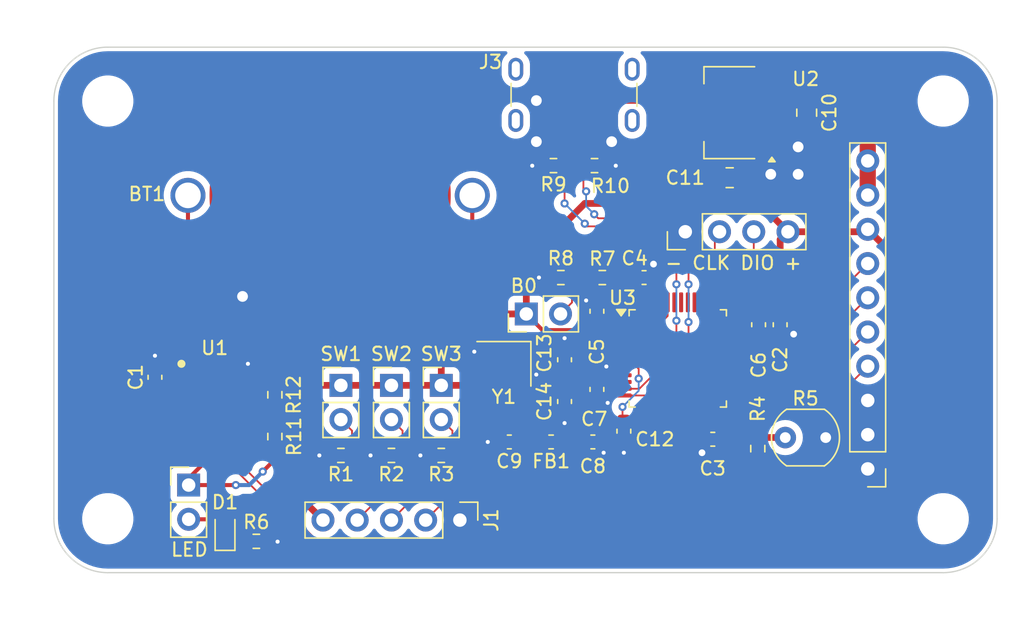
<source format=kicad_pcb>
(kicad_pcb (version 20240108) (generator "pcbnew") (generator_version "8.0")
  (title_block (title "Microcontroller PCB") (date "2024-05-29") (rev "0.1.0"))
  (layers (0 "F.Cu" signal) (31 "B.Cu" signal) (34 "B.Paste" user) (35 "F.Paste" user) (36 "B.SilkS" user "B.Silkscreen") (37 "F.SilkS" user "F.Silkscreen") (38 "B.Mask" user) (39 "F.Mask" user) (44 "Edge.Cuts" user))
  (net 0 "")
  (net 1 "GND")
  (net 2 "+BATT")
  (net 3 "+3V3")
  (net 4 "+3.3VA")
  (net 5 "VBUS")
  (net 6 "/NRST")
  (net 7 "HSE_IN")
  (net 8 "HSE_OUT")
  (net 9 "/PWR_LED_K")
  (net 10 "/PWR_LED_A")
  (net 11 "USB_CC2")
  (net 12 "USB_CC1")
  (net 13 "/SWCLK")
  (net 14 "/SWDIO")
  (net 15 "MINUTE_SW_H")
  (net 16 "SECOND_SW_H")
  (net 17 "HOUR_SW_H")
  (net 18 "/JMP_BOOT0")
  (net 19 "POWER_SW")
  (net 20 "MODE_SW")
  (net 21 "ADJUST_SW")
  (net 22 "/BOOT0")
  (net 23 "SCL")
  (net 24 "SDA")
  (net 27 "SER")
  (net 28 "OE")
  (net 29 "CLK")
  (net 30 "LATCH")
  (net 46 "LDR")
  (footprint "Capacitor_SMD:C_0805_2012Metric" (layer "F.Cu") (at 171.869 70.862 -90)
    (property "Reference" "C10")
    (property "Value" "22u" (hide yes))
  )
  (footprint "MountingHole:MountingHole_3.2mm_M3" (layer "F.Cu") (at 120 70)
    (property "Reference" "H1" (hide yes))
    (property "Value" "MountingHole" (hide yes))
  )
  (footprint "Custom:SOP-8_4.93mmxP1.27mm" (layer "F.Cu") (at 127.93 92.086)
    (property "Reference" "U1")
    (property "Value" "DS3231MZ" (hide yes))
  )
  (footprint "Connector_USB:USB_C_Receptacle_GCT_USB4125-xx-x-0190_6P_TopMnt_Horizontal" (layer "F.Cu") (at 154.6 68.44 180)
    (property "Reference" "J3")
    (property "Value" "USB_C_Receptacle" (hide yes))
  )
  (footprint "Capacitor_SMD:C_0603_1608Metric" (layer "F.Cu") (at 153.9 89.2 90)
    (property "Reference" "C13")
    (property "Value" "14p" (hide yes))
  )
  (footprint "Connector_PinHeader_2.54mm:PinHeader_1x02_P2.54mm_Vertical" (layer "F.Cu") (at 137.3 91.1)
    (property "Reference" "SW1")
    (property "Value" "SW_SPST" (hide yes))
  )
  (footprint "Resistor_SMD:R_0603_1608Metric" (layer "F.Cu") (at 156.7 83.1 180)
    (property "Reference" "R7")
    (property "Value" "10k" (hide yes))
  )
  (footprint "Connector_PinHeader_2.54mm:PinHeader_1x04_P2.54mm_Vertical" (layer "F.Cu") (at 162.86 79.7 90)
    (property "Reference" "J4" (hide yes))
    (property "Value" "Conn_01x04_Pin" (hide yes))
  )
  (footprint "LED_SMD:LED_0603_1608Metric" (layer "F.Cu") (at 128.7 101.8625 90)
    (property "Reference" "D1")
    (property "Value" "RED" (hide yes))
  )
  (footprint "Capacitor_SMD:C_0805_2012Metric" (layer "F.Cu") (at 166.154 75.688)
    (property "Reference" "C11")
    (property "Value" "22u" (hide yes))
  )
  (footprint "Resistor_SMD:R_0603_1608Metric" (layer "F.Cu") (at 132.4 94.9 -90)
    (property "Reference" "R11")
    (property "Value" "1k5" (hide yes))
  )
  (footprint "Connector_PinHeader_2.54mm:PinHeader_1x02_P2.54mm_Vertical" (layer "F.Cu") (at 126 98.5)
    (property "Reference" "JP1" (hide yes))
    (property "Value" "SolderJumper_2_Open" (hide yes))
  )
  (footprint "MountingHole:MountingHole_3.2mm_M3" (layer "F.Cu") (at 120 101)
    (property "Reference" "H3" (hide yes))
    (property "Value" "MountingHole" (hide yes))
  )
  (footprint "Connector_PinHeader_2.54mm:PinHeader_1x05_P2.54mm_Vertical" (layer "F.Cu") (at 146.13 101.1 -90)
    (property "Reference" "J1")
    (property "Value" "Conn_01x05_Pin" (hide yes))
  )
  (footprint "Capacitor_SMD:C_0603_1608Metric" (layer "F.Cu") (at 168.3 86.6 -90)
    (property "Reference" "C6")
    (property "Value" "100n" (hide yes))
  )
  (footprint "Resistor_SMD:R_0603_1608Metric" (layer "F.Cu") (at 153.076 74.79)
    (property "Reference" "R9")
    (property "Value" "5k1" (hide yes))
  )
  (footprint "Custom:BAT-HLD-005-THM" (layer "F.Cu") (at 136.5 77)
    (property "Reference" "BT1")
    (property "Value" "Battery" (hide yes))
  )
  (footprint "Capacitor_SMD:C_0603_1608Metric" (layer "F.Cu") (at 156.3 91.4 -90)
    (property "Reference" "C7")
    (property "Value" "10n" (hide yes))
  )
  (footprint "Capacitor_SMD:C_0603_1608Metric" (layer "F.Cu") (at 169.9 86.6 -90)
    (property "Reference" "C2")
    (property "Value" "10u" (hide yes))
  )
  (footprint "Connector_PinHeader_2.54mm:PinHeader_1x10_P2.54mm_Vertical" (layer "F.Cu") (at 176.4 97.3 180)
    (property "Reference" "J2" (hide yes))
    (property "Value" "Conn_01x10_Pin" (hide yes))
  )
  (footprint "Capacitor_SMD:C_0603_1608Metric" (layer "F.Cu") (at 123.5 90.5 90)
    (property "Reference" "C1")
    (property "Value" "100n" (hide yes))
  )
  (footprint "Inductor_SMD:L_0603_1608Metric" (layer "F.Cu") (at 152.9 95.3 180)
    (property "Reference" "FB1")
    (property "Value" "120R" (hide yes))
  )
  (footprint "Capacitor_SMD:C_0603_1608Metric" (layer "F.Cu") (at 156.3 85.6 90)
    (property "Reference" "C5")
    (property "Value" "100n" (hide yes))
  )
  (footprint "Capacitor_SMD:C_0603_1608Metric" (layer "F.Cu") (at 156 95.3)
    (property "Reference" "C8")
    (property "Value" "1u" (hide yes))
  )
  (footprint "OptoDevice:R_LDR_5.0x4.1mm_P3mm_Vertical" (layer "F.Cu") (at 170.28 94.975)
    (property "Reference" "R5")
    (property "Value" "5k-500k" (hide yes))
  )
  (footprint "Resistor_SMD:R_0603_1608Metric" (layer "F.Cu") (at 132.4 91.8 90)
    (property "Reference" "R12")
    (property "Value" "1k5" (hide yes))
  )
  (footprint "Connector_PinHeader_2.54mm:PinHeader_1x02_P2.54mm_Vertical" (layer "F.Cu") (at 151.06 85.8 90)
    (property "Reference" "JP2" (hide yes))
    (property "Value" "SolderJumper_2_Open" (hide yes))
  )
  (footprint "Resistor_SMD:R_0603_1608Metric" (layer "F.Cu") (at 141.05 96.3)
    (property "Reference" "R2")
    (property "Value" "10k" (hide yes))
  )
  (footprint "Package_TO_SOT_SMD:SOT-223-3_TabPin2" (layer "F.Cu") (at 166.154 70.862 180)
    (property "Reference" "U2")
    (property "Value" "AMS1117-3.3" (hide yes))
  )
  (footprint "Capacitor_SMD:C_0603_1608Metric" (layer "F.Cu") (at 164.9 95.1 180)
    (property "Reference" "C3")
    (property "Value" "100n" (hide yes))
  )
  (footprint "Resistor_SMD:R_0603_1608Metric" (layer "F.Cu") (at 153.625 83.1)
    (property "Reference" "R8")
    (property "Value" "10k" (hide yes))
  )
  (footprint "Capacitor_SMD:C_0603_1608Metric" (layer "F.Cu") (at 159.8 83.1)
    (property "Reference" "C4")
    (property "Value" "100n" (hide yes))
  )
  (footprint "Connector_PinHeader_2.54mm:PinHeader_1x02_P2.54mm_Vertical" (layer "F.Cu") (at 141.05 91.1)
    (property "Reference" "SW2")
    (property "Value" "SW_SPST" (hide yes))
  )
  (footprint "Resistor_SMD:R_0603_1608Metric" (layer "F.Cu") (at 137.3 96.3)
    (property "Reference" "R1")
    (property "Value" "10k" (hide yes))
  )
  (footprint "MountingHole:MountingHole_3.2mm_M3" (layer "F.Cu") (at 182 70)
    (property "Reference" "H2" (hide yes))
    (property "Value" "MountingHole" (hide yes))
  )
  (footprint "Package_QFP:LQFP-48_7x7mm_P0.5mm" (layer "F.Cu") (at 162.3 89.1)
    (property "Reference" "U3")
    (property "Value" "STM32F103CBTx" (hide yes))
  )
  (footprint "MountingHole:MountingHole_3.2mm_M3" (layer "F.Cu") (at 182 101)
    (property "Reference" "H4" (hide yes))
    (property "Value" "MountingHole" (hide yes))
  )
  (footprint "Resistor_SMD:R_0603_1608Metric" (layer "F.Cu") (at 168.24 95.795 90)
    (property "Reference" "R4")
    (property "Value" "10k" (hide yes))
  )
  (footprint "Resistor_SMD:R_0603_1608Metric" (layer "F.Cu") (at 131.025 102.675)
    (property "Reference" "R6")
    (property "Value" "1k5" (hide yes))
  )
  (footprint "Capacitor_SMD:C_0603_1608Metric" (layer "F.Cu") (at 149.8 95.3 180)
    (property "Reference" "C9")
    (property "Value" "1u" (hide yes))
  )
  (footprint "Resistor_SMD:R_0603_1608Metric" (layer "F.Cu") (at 144.75 96.3)
    (property "Reference" "R3")
    (property "Value" "10k" (hide yes))
  )
  (footprint "Capacitor_SMD:C_0603_1608Metric" (layer "F.Cu") (at 158.3 94.5 -90)
    (property "Reference" "C12")
    (property "Value" "100n" (hide yes))
  )
  (footprint "Capacitor_SMD:C_0603_1608Metric" (layer "F.Cu") (at 153.9 92.3 -90)
    (property "Reference" "C14")
    (property "Value" "14p" (hide yes))
  )
  (footprint "Crystal:Crystal_SMD_3225-4Pin_3.2x2.5mm" (layer "F.Cu") (at 149.4 89.5 180)
    (property "Reference" "Y1")
    (property "Value" "8Mhz" (hide yes))
  )
  (footprint "Resistor_SMD:R_0603_1608Metric" (layer "F.Cu") (at 156.124 74.79 180)
    (property "Reference" "R10")
    (property "Value" "5k1" (hide yes))
  )
  (footprint "Connector_PinHeader_2.54mm:PinHeader_1x02_P2.54mm_Vertical" (layer "F.Cu") (at 144.75 91.1)
    (property "Reference" "SW3")
    (property "Value" "SW_SPST" (hide yes))
  )
  (gr_line (start 120 66) (end 182 66) (stroke (width 0.1)) (layer "Edge.Cuts"))
  (gr_line (start 186 70) (end 186 101) (stroke (width 0.1)) (layer "Edge.Cuts"))
  (gr_line (start 182 105) (end 120 105) (stroke (width 0.1)) (layer "Edge.Cuts"))
  (gr_arc (start 120 105) (mid 117.171573 103.828427) (end 116 101) (stroke (width 0.1)) (layer "Edge.Cuts"))
  (gr_line (start 116 101) (end 116 70) (stroke (width 0.1)) (layer "Edge.Cuts"))
  (gr_arc (start 186 101) (mid 184.828427 103.828427) (end 182 105) (stroke (width 0.1)) (layer "Edge.Cuts"))
  (gr_arc (start 116 70) (mid 117.171573 67.171573) (end 120 66) (stroke (width 0.1)) (layer "Edge.Cuts"))
  (gr_arc (start 182 66) (mid 184.828427 67.171573) (end 186 70) (stroke (width 0.1)) (layer "Edge.Cuts"))
  (gr_text "LED" (at 124.6 103.875 0) (layer "F.SilkS") (effects (font (size 1 1) (thickness 0.153)) (justify left bottom)))
  (gr_text "- CLK DIO +" (at 161.28 82.6 0) (layer "F.SilkS") (effects (font (size 1 1) (thickness 0.153)) (justify left bottom)))
  (gr_text "B0" (at 149.8 84.3 0) (layer "F.SilkS") (effects (font (size 1 1) (thickness 0.153)) (justify left bottom)))
  (segment (start 152.8 83.1) (end 152 83.1) (width 0.3) (layer "F.Cu") (net 1))
  (segment (start 152.251 74.79) (end 151.51 74.79) (width 0.13) (layer "F.Cu") (net 1))
  (segment (start 164.125 96.075) (end 164.1 96.1) (width 0.5) (layer "F.Cu") (net 1))
  (segment (start 131.85 102.675) (end 132.575 102.675) (width 0.3) (layer "F.Cu") (net 1))
  (segment (start 164.55 94.05) (end 164.125 94.475) (width 0.3) (layer "F.Cu") (net 1))
  (segment (start 157.15 89.85) (end 157 89.7) (width 0.3) (layer "F.Cu") (net 1))
  (segment (start 155.525 84.825) (end 155.5 84.8) (width 0.3) (layer "F.Cu") (net 1))
  (segment (start 169.9 87.375) (end 168.3 87.375) (width 0.5) (layer "F.Cu") (net 1))
  (segment (start 130.395 90.181) (end 130.395 89.505) (width 0.3) (layer "F.Cu") (net 1))
  (segment (start 136.475 96.3) (end 135.7 96.3) (width 0.13) (layer "F.Cu") (net 1))
  (segment (start 147.25 88.65) (end 147.2 88.6) (width 0.3) (layer "F.Cu") (net 1))
  (segment (start 136.5 78) (end 130 84.5) (width 0.8) (layer "F.Cu") (net 1))
  (segment (start 156.949 74.79) (end 157.69 74.79) (width 0.13) (layer "F.Cu") (net 1))
  (segment (start 164.55 93.2625) (end 164.55 94.05) (width 0.3) (layer "F.Cu") (net 1))
  (segment (start 169.9 87.375) (end 170.825 87.375) (width 0.5) (layer "F.Cu") (net 1))
  (segment (start 160.575 83.1) (end 160.575 82.175) (width 0.5) (layer "F.Cu") (net 1))
  (segment (start 156.775 96.075) (end 156.8 96.1) (width 0.3) (layer "F.Cu") (net 1))
  (segment (start 149.025 95.3) (end 148.2 95.3) (width 0.3) (layer "F.Cu") (net 1))
  (segment (start 156.775 95.3) (end 156.775 96.075) (width 0.3) (layer "F.Cu") (net 1))
  (segment (start 166.4625 86.85) (end 167.199882 86.85) (width 0.3) (layer "F.Cu") (net 1))
  (segment (start 160.575 82.175) (end 160.5 82.1) (width 0.5) (layer "F.Cu") (net 1))
  (segment (start 167.199882 86.85) (end 167.724882 87.375) (width 0.3) (layer "F.Cu") (net 1))
  (segment (start 160.05 84.9375) (end 160.05 84.15) (width 0.3) (layer "F.Cu") (net 1))
  (segment (start 170.825 87.375) (end 170.9 87.3) (width 0.5) (layer "F.Cu") (net 1))
  (segment (start 156.875 92.175) (end 157.1 92.4) (width 0.3) (layer "F.Cu") (net 1))
  (segment (start 164.125 94.475) (end 164.125 95.1) (width 0.3) (layer "F.Cu") (net 1))
  (segment (start 136.5 77) (end 136.5 78) (width 0.8) (layer "F.Cu") (net 1))
  (segment (start 151.85 71.52) (end 151.85 72.968) (width 0.8) (layer "F.Cu") (net 1))
  (segment (start 160.05 84.15) (end 160.575 83.625) (width 0.3) (layer "F.Cu") (net 1))
  (segment (start 158.3 95.275) (end 158.3 96.1) (width 0.3) (layer "F.Cu") (net 1))
  (segment (start 151.85 71.52) (end 151.85 70.008) (width 0.8) (layer "F.Cu") (net 1))
  (segment (start 151.75 90.35) (end 151.8 90.3) (width 0.3) (layer "F.Cu") (net 1))
  (segment (start 153.9 88.425) (end 153.9 87.6) (width 0.3) (layer "F.Cu") (net 1))
  (segment (start 167.724882 87.375) (end 168.3 87.375) (width 0.3) (layer "F.Cu") (net 1))
  (segment (start 123.5 89.725) (end 123.5 88.9) (width 0.3) (layer "F.Cu") (net 1))
  (segment (start 153.9 93.075) (end 153.9 93.9) (width 0.3) (layer "F.Cu") (net 1))
  (segment (start 130.395 89.505) (end 130.4 89.5) (width 0.3) (layer "F.Cu") (net 1))
  (segment (start 160.575 83.625) (end 160.575 83.1) (width 0.3) (layer "F.Cu") (net 1))
  (segment (start 157.69 74.79) (end 157.7 74.8) (width 0.13) (layer "F.Cu") (net 1))
  (segment (start 157.35 71.52) (end 157.35 72.968) (width 0.8) (layer "F.Cu") (net 1))
  (segment (start 158.1375 89.85) (end 157.15 89.85) (width 0.3) (layer "F.Cu") (net 1))
  (segment (start 132.575 102.675) (end 132.6 102.7) (width 0.3) (layer "F.Cu") (net 1))
  (segment (start 151.85 72.968) (end 151.806 73.012) (width 0.8) (layer "F.Cu") (net 1))
  (segment (start 156.3 84.825) (end 155.525 84.825) (width 0.3) (layer "F.Cu") (net 1))
  (segment (start 151.85 70.008) (end 151.806 69.964) (width 0.8) (layer "F.Cu") (net 1))
  (segment (start 157.35 72.968) (end 157.394 73.012) (width 0.8) (layer "F.Cu") (net 1))
  (segment (start 140.225 96.3) (end 139.5 96.3) (width 0.13) (layer "F.Cu") (net 1))
  (segment (start 156.3 92.175) (end 156.875 92.175) (width 0.3) (layer "F.Cu") (net 1))
  (segment (start 150.5 90.35) (end 151.75 90.35) (width 0.3) (layer "F.Cu") (net 1))
  (segment (start 148.3 88.65) (end 147.25 88.65) (width 0.3) (layer "F.Cu") (net 1))
  (segment (start 151.51 74.79) (end 151.5 74.8) (width 0.13) (layer "F.Cu") (net 1))
  (segment (start 143.925 96.3) (end 143.2 96.3) (width 0.13) (layer "F.Cu") (net 1))
  (segment (start 164.125 95.1) (end 164.125 96.075) (width 0.5) (layer "F.Cu") (net 1))
  (via (at 135.7 96.3) (size 0.6) (drill 0.3) (layers "F.Cu" "B.Cu") (net 1))
  (via (at 171.234 75.434) (size 1.6) (drill 0.8) (layers "F.Cu" "B.Cu") (net 1))
  (via (at 143.2 96.3) (size 0.6) (drill 0.3) (layers "F.Cu" "B.Cu") (net 1))
  (via (at 151.8 90.3) (size 0.6) (drill 0.3) (layers "F.Cu" "B.Cu") (net 1))
  (via (at 147.2 88.6) (size 0.6) (drill 0.3) (layers "F.Cu" "B.Cu") (net 1))
  (via (at 152 83.1) (size 0.6) (drill 0.3) (layers "F.Cu" "B.Cu") (net 1))
  (via (at 156.8 96.1) (size 0.6) (drill 0.3) (layers "F.Cu" "B.Cu") (net 1))
  (via (at 130.4 89.5) (size 0.6) (drill 0.3) (layers "F.Cu" "B.Cu") (net 1))
  (via (at 157.394 73.012) (size 1.6) (drill 0.8) (layers "F.Cu" "B.Cu") (net 1))
  (via (at 170.9 87.3) (size 1) (drill 0.5) (layers "F.Cu" "B.Cu") (net 1))
  (via (at 151.806 73.012) (size 1.6) (drill 0.8) (layers "F.Cu" "B.Cu") (net 1))
  (via (at 158.3 96.1) (size 0.6) (drill 0.3) (layers "F.Cu" "B.Cu") (net 1))
  (via (at 157.7 74.8) (size 0.6) (drill 0.3) (layers "F.Cu" "B.Cu") (net 1))
  (via (at 132.6 102.7) (size 0.6) (drill 0.3) (layers "F.Cu" "B.Cu") (net 1))
  (via (at 160.5 82.1) (size 1) (drill 0.5) (layers "F.Cu" "B.Cu") (net 1))
  (via (at 151.806 69.964) (size 1.6) (drill 0.8) (layers "F.Cu" "B.Cu") (net 1))
  (via (at 153.9 93.9) (size 0.6) (drill 0.3) (layers "F.Cu" "B.Cu") (net 1))
  (via (at 155.5 84.8) (size 0.6) (drill 0.3) (layers "F.Cu" "B.Cu") (net 1))
  (via (at 139.5 96.3) (size 0.6) (drill 0.3) (layers "F.Cu" "B.Cu") (net 1))
  (via (at 157 89.7) (size 0.6) (drill 0.3) (layers "F.Cu" "B.Cu") (net 1))
  (via (at 164.1 96.1) (size 1) (drill 0.5) (layers "F.Cu" "B.Cu") (net 1))
  (via (at 151.5 74.8) (size 0.6) (drill 0.3) (layers "F.Cu" "B.Cu") (net 1))
  (via (at 171.234 73.402) (size 1.6) (drill 0.8) (layers "F.Cu" "B.Cu") (net 1))
  (via (at 130 84.5) (size 1.6) (drill 0.8) (layers "F.Cu" "B.Cu") (net 1))
  (via (at 148.2 95.3) (size 0.6) (drill 0.3) (layers "F.Cu" "B.Cu") (net 1))
  (via (at 153.9 87.6) (size 0.6) (drill 0.3) (layers "F.Cu" "B.Cu") (net 1))
  (via (at 123.5 88.9) (size 0.6) (drill 0.3) (layers "F.Cu" "B.Cu") (net 1))
  (via (at 169.202 75.434) (size 1.6) (drill 0.8) (layers "F.Cu" "B.Cu") (net 1))
  (via (at 157.1 92.4) (size 0.6) (drill 0.3) (layers "F.Cu" "B.Cu") (net 1))
  (segment (start 125.95 87.996) (end 125.95 77) (width 0.3) (layer "F.Cu") (net 2))
  (segment (start 141.604 87.996) (end 125.95 87.996) (width 0.3) (layer "F.Cu") (net 2))
  (segment (start 147.05 77) (end 147.05 82.55) (width 0.3) (layer "F.Cu") (net 2))
  (segment (start 147.05 82.55) (end 141.604 87.996) (width 0.3) (layer "F.Cu") (net 2))
  (segment (start 129.405 91.451) (end 125.95 87.996) (width 0.3) (layer "F.Cu") (net 2))
  (segment (start 130.395 91.451) (end 129.405 91.451) (width 0.3) (layer "F.Cu") (net 2))
  (segment (start 168.24 96.62) (end 167.7275 97.1325) (width 0.5) (layer "F.Cu") (net 3))
  (segment (start 125.465 91.451) (end 126.451 91.451) (width 0.3) (layer "F.Cu") (net 3))
  (segment (start 177.3 99) (end 169.575 99) (width 0.5) (layer "F.Cu") (net 3))
  (segment (start 152.1125 95.3) (end 150.575 95.3) (width 0.3) (layer "F.Cu") (net 3))
  (segment (start 144.75 89.45) (end 148.4 85.8) (width 0.5) (layer "F.Cu") (net 3))
  (segment (start 156.3 86.375) (end 155.675 87) (width 0.3) (layer "F.Cu") (net 3))
  (segment (start 165.05 94.05) (end 165.675 94.675) (width 0.3) (layer "F.Cu") (net 3))
  (segment (start 167.116 77.6) (end 155.4 77.6) (width 0.5) (layer "F.Cu") (net 3))
  (segment (start 126 98.5) (end 126 98) (width 0.3) (layer "F.Cu") (net 3))
  (segment (start 168.4 77.6) (end 168.4 77.62) (width 0.5) (layer "F.Cu") (net 3))
  (segment (start 167.116 77.6) (end 168.4 77.6) (width 0.5) (layer "F.Cu") (net 3))
  (segment (start 165.05 93.2625) (end 165.05 94.05) (width 0.3) (layer "F.Cu") (net 3))
  (segment (start 144.75 91.1) (end 146.375 91.1) (width 0.5) (layer "F.Cu") (net 3))
  (segment (start 132.4 96.6) (end 132.4 95.725) (width 0.3) (layer "F.Cu") (net 3))
  (segment (start 155.4 77.6) (end 151.9 81.1) (width 0.5) (layer "F.Cu") (net 3))
  (segment (start 133.375 95.725) (end 134.2 94.9) (width 0.5) (layer "F.Cu") (net 3))
  (segment (start 169.575 99) (end 167.7275 97.1525) (width 0.5) (layer "F.Cu") (net 3))
  (segment (start 146.375 91.1) (end 150.575 95.3) (width 0.5) (layer "F.Cu") (net 3))
  (segment (start 159.55 84.9375) (end 159.55 84.15) (width 0.3) (layer "F.Cu") (net 3))
  (segment (start 157.025 81.1) (end 159.025 83.1) (width 0.5) (layer "F.Cu") (net 3))
  (segment (start 131.5 97.5) (end 132.4 96.6) (width 0.3) (layer "F.Cu") (net 3))
  (segment (start 158.1375 86.35) (end 156.325 86.35) (width 0.3) (layer "F.Cu") (net 3))
  (segment (start 167.775 85.825) (end 168.3 85.825) (width 0.3) (layer "F.Cu") (net 3))
  (segment (start 176.4 79.52) (end 178 81.12) (width 0.5) (layer "F.Cu") (net 3))
  (segment (start 134.2 99.33) (end 135.97 101.1) (width 0.5) (layer "F.Cu") (net 3))
  (segment (start 167.7275 97.1525) (end 165.675 95.1) (width 0.5) (layer "F.Cu") (net 3))
  (segment (start 134.2 91.1) (end 132.525 91.1) (width 0.5) (layer "F.Cu") (net 3))
  (segment (start 166.4625 86.35) (end 167.25 86.35) (width 0.3) (layer "F.Cu") (net 3))
  (segment (start 170.48 79.7) (end 176.22 79.7) (width 0.5) (layer "F.Cu") (net 3))
  (segment (start 170.48 79.7) (end 169.9 80.28) (width 0.5) (layer "F.Cu") (net 3))
  (segment (start 134.2 94.9) (end 134.2 99.33) (width 0.5) (layer "F.Cu") (net 3))
  (segment (start 159.025 83.625) (end 159.025 83.1) (width 0.3) (layer "F.Cu") (net 3))
  (segment (start 123.676 91.451) (end 123.5 91.275) (width 0.3) (layer "F.Cu") (net 3))
  (segment (start 151.9 81.1) (end 151.06 81.94) (width 0.5) (layer "F.Cu") (net 3))
  (segment (start 155.675 87) (end 152.26 87) (width 0.3) (layer "F.Cu") (net 3))
  (segment (start 167.7275 97.1325) (end 167.7275 97.1525) (width 0.5) (layer "F.Cu") (net 3))
  (segment (start 176.22 79.7) (end 176.4 79.52) (width 0.5) (layer "F.Cu") (net 3))
  (segment (start 127.5 96.5) (end 127.5 92.5) (width 0.3) (layer "F.Cu") (net 3))
  (segment (start 165.675 94.675) (end 165.675 95.1) (width 0.3) (layer "F.Cu") (net 3))
  (segment (start 167.25 86.35) (end 167.775 85.825) (width 0.3) (layer "F.Cu") (net 3))
  (segment (start 132.525 91.1) (end 132.4 90.975) (width 0.5) (layer "F.Cu") (net 3))
  (segment (start 151.9 81.1) (end 157.025 81.1) (width 0.5) (layer "F.Cu") (net 3))
  (segment (start 178 81.12) (end 178 98.3) (width 0.5) (layer "F.Cu") (net 3))
  (segment (start 134.2 91.1) (end 134.2 94.9) (width 0.5) (layer "F.Cu") (net 3))
  (segment (start 165.204 75.688) (end 167.116 77.6) (width 0.5) (layer "F.Cu") (net 3))
  (segment (start 126.451 91.451) (end 127.5 92.5) (width 0.3) (layer "F.Cu") (net 3))
  (segment (start 159.55 84.15) (end 159.025 83.625) (width 0.3) (layer "F.Cu") (net 3))
  (segment (start 125.465 91.451) (end 123.676 91.451) (width 0.3) (layer "F.Cu") (net 3))
  (segment (start 178 98.3) (end 177.3 99) (width 0.5) (layer "F.Cu") (net 3))
  (segment (start 126 98.5) (end 129.5 98.5) (width 0.3) (layer "F.Cu") (net 3))
  (segment (start 137.3 91.1) (end 134.2 91.1) (width 0.5) (layer "F.Cu") (net 3))
  (segment (start 144.75 91.1) (end 144.75 89.45) (width 0.5) (layer "F.Cu") (net 3))
  (segment (start 156.325 86.35) (end 156.3 86.375) (width 0.3) (layer "F.Cu") (net 3))
  (segment (start 152.26 87) (end 151.06 85.8) (width 0.3) (layer "F.Cu") (net 3))
  (segment (start 169.9 85.825) (end 168.3 85.825) (width 0.5) (layer "F.Cu") (net 3))
  (segment (start 168.4 77.62) (end 170.48 79.7) (width 0.5) (layer "F.Cu") (net 3))
  (segment (start 144.75 91.1) (end 137.3 91.1) (width 0.5) (layer "F.Cu") (net 3))
  (segment (start 132.4 95.725) (end 133.375 95.725) (width 0.5) (layer "F.Cu") (net 3))
  (segment (start 148.4 85.8) (end 151.06 85.8) (width 0.5) (layer "F.Cu") (net 3))
  (segment (start 126 98) (end 127.5 96.5) (width 0.3) (layer "F.Cu") (net 3))
  (segment (start 169.9 80.28) (end 169.9 85.825) (width 0.5) (layer "F.Cu") (net 3))
  (segment (start 151.06 81.94) (end 151.06 85.8) (width 0.5) (layer "F.Cu") (net 3))
  (via (at 129.5 98.5) (size 0.6) (drill 0.3) (layers "F.Cu" "B.Cu") (net 3))
  (via (at 131.5 97.5) (size 0.6) (drill 0.3) (layers "F.Cu" "B.Cu") (net 3))
  (segment (start 129.5 98.5) (end 130.5 98.5) (width 0.3) (layer "B.Cu") (net 3))
  (segment (start 130.5 98.5) (end 131.5 97.5) (width 0.3) (layer "B.Cu") (net 3))
  (segment (start 155.225 95.3) (end 155.225 91.7) (width 0.3) (layer "F.Cu") (net 4))
  (segment (start 155.225 91.7) (end 156.3 90.625) (width 0.3) (layer "F.Cu") (net 4))
  (segment (start 158.1375 90.35) (end 156.575 90.35) (width 0.3) (layer "F.Cu") (net 4))
  (segment (start 156.575 90.35) (end 156.3 90.625) (width 0.3) (layer "F.Cu") (net 4))
  (segment (start 153.6875 95.3) (end 155.225 95.3) (width 0.3) (layer "F.Cu") (net 4))
  (segment (start 168.362 68.562) (end 167.4 67.6) (width 1.2) (layer "F.Cu") (net 5))
  (segment (start 156.12 71.52) (end 156.12 70.32) (width 0.8) (layer "F.Cu") (net 5))
  (segment (start 167.4 67.6) (end 173.4 67.6) (width 1.2) (layer "F.Cu") (net 5))
  (segment (start 156.12 70.32) (end 155.4 69.6) (width 0.8) (layer "F.Cu") (net 5))
  (segment (start 153.08 71.52) (end 153.08 70.42) (width 0.8) (layer "F.Cu") (net 5))
  (segment (start 153.9 69.6) (end 154.4 69.6) (width 0.8) (layer "F.Cu") (net 5))
  (segment (start 169.304 68.562) (end 168.362 68.562) (width 1.2) (layer "F.Cu") (net 5))
  (segment (start 153.08 70.42) (end 153.9 69.6) (width 0.8) (layer "F.Cu") (net 5))
  (segment (start 173.4 67.6) (end 176.4 70.6) (width 1.2) (layer "F.Cu") (net 5))
  (segment (start 176.4 70.6) (end 176.4 76.98) (width 1.2) (layer "F.Cu") (net 5))
  (segment (start 161.9 67.6) (end 159.9 69.6) (width 1.2) (layer "F.Cu") (net 5))
  (segment (start 167.4 67.6) (end 161.9 67.6) (width 1.2) (layer "F.Cu") (net 5))
  (segment (start 159.9 69.6) (end 155.4 69.6) (width 1.2) (layer "F.Cu") (net 5))
  (segment (start 154.4 69.6) (end 155.4 69.6) (width 0.8) (layer "F.Cu") (net 5))
  (segment (start 158.2 93.625) (end 158.3 93.725) (width 0.13) (layer "F.Cu") (net 6))
  (segment (start 158.2 92.7) (end 158.2 93.625) (width 0.13) (layer "F.Cu") (net 6))
  (segment (start 158.1375 89.35) (end 158.874999 89.35) (width 0.13) (layer "F.Cu") (net 6))
  (segment (start 158.874999 89.35) (end 159.4 89.875001) (width 0.13) (layer "F.Cu") (net 6))
  (segment (start 159.4 89.875001) (end 159.4 90.6) (width 0.13) (layer "F.Cu") (net 6))
  (via (at 158.2 92.7) (size 0.6) (drill 0.3) (layers "F.Cu" "B.Cu") (net 6))
  (via (at 159.4 90.6) (size 0.6) (drill 0.3) (layers "F.Cu" "B.Cu") (net 6))
  (segment (start 159.4 91.5) (end 158.2 92.7) (width 0.13) (layer "B.Cu") (net 6))
  (segment (start 159.4 90.6) (end 159.4 91.5) (width 0.13) (layer "B.Cu") (net 6))
  (segment (start 150.5 88.65) (end 152.575 88.65) (width 0.13) (layer "F.Cu") (net 7))
  (segment (start 153.9 89.975) (end 155.525 88.35) (width 0.13) (layer "F.Cu") (net 7))
  (segment (start 153.9 89.9) (end 153.9 89.975) (width 0.13) (layer "F.Cu") (net 7))
  (segment (start 152.575 88.65) (end 153.9 89.975) (width 0.13) (layer "F.Cu") (net 7))
  (segment (start 155.525 88.35) (end 158.1375 88.35) (width 0.13) (layer "F.Cu") (net 7))
  (segment (start 158.1375 88.85) (end 156.95 88.85) (width 0.13) (layer "F.Cu") (net 8))
  (segment (start 149.475 91.525) (end 148.3 90.35) (width 0.13) (layer "F.Cu") (net 8))
  (segment (start 156.95 88.85) (end 154.275 91.525) (width 0.13) (layer "F.Cu") (net 8))
  (segment (start 153.9 91.525) (end 149.475 91.525) (width 0.13) (layer "F.Cu") (net 8))
  (segment (start 154.275 91.525) (end 153.9 91.525) (width 0.13) (layer "F.Cu") (net 8))
  (segment (start 128.7 102.65) (end 130.175 102.65) (width 0.3) (layer "F.Cu") (net 9))
  (segment (start 130.175 102.65) (end 130.2 102.675) (width 0.3) (layer "F.Cu") (net 9))
  (segment (start 126 101.04) (end 128.665 101.04) (width 0.3) (layer "F.Cu") (net 10))
  (segment (start 128.665 101.04) (end 128.7 101.075) (width 0.3) (layer "F.Cu") (net 10))
  (segment (start 155.4 79.1) (end 155.6 79.3) (width 0.13) (layer "F.Cu") (net 11))
  (segment (start 153.901 74.79) (end 153.901 76.1) (width 0.13) (layer "F.Cu") (net 11))
  (segment (start 162.2 88.6) (end 162.2 86.3) (width 0.13) (layer "F.Cu") (net 11))
  (segment (start 155.6 79.3) (end 158.9 79.3) (width 0.13) (layer "F.Cu") (net 11))
  (segment (start 154.1 71.52) (end 154.1 74.591) (width 0.13) (layer "F.Cu") (net 11))
  (segment (start 162.2 82.6) (end 162.2 83.6) (width 0.13) (layer "F.Cu") (net 11))
  (segment (start 159.45 91.35) (end 162.2 88.6) (width 0.13) (layer "F.Cu") (net 11))
  (segment (start 153.9 76.101) (end 153.901 76.1) (width 0.13) (layer "F.Cu") (net 11))
  (segment (start 158.9 79.3) (end 162.2 82.6) (width 0.13) (layer "F.Cu") (net 11))
  (segment (start 153.9 77.6) (end 153.9 76.101) (width 0.13) (layer "F.Cu") (net 11))
  (segment (start 154.1 74.591) (end 153.901 74.79) (width 0.13) (layer "F.Cu") (net 11))
  (segment (start 158.1375 91.35) (end 159.45 91.35) (width 0.13) (layer "F.Cu") (net 11))
  (segment (start 153.901 76.1) (end 153.901 76.101) (width 0.13) (layer "F.Cu") (net 11))
  (via (at 155.4 79.1) (size 0.6) (drill 0.3) (layers "F.Cu" "B.Cu") (net 11))
  (via (at 153.9 77.6) (size 0.6) (drill 0.3) (layers "F.Cu" "B.Cu") (net 11))
  (via (at 162.2 86.3) (size 0.6) (drill 0.3) (layers "F.Cu" "B.Cu") (net 11))
  (via (at 162.2 83.6) (size 0.6) (drill 0.3) (layers "F.Cu" "B.Cu") (net 11))
  (segment (start 155.4 79.1) (end 153.9 77.6) (width 0.13) (layer "B.Cu") (net 11))
  (segment (start 162.2 86.3) (end 162.2 83.6) (width 0.13) (layer "B.Cu") (net 11))
  (segment (start 158.1375 91.85) (end 160.65 91.85) (width 0.13) (layer "F.Cu") (net 12))
  (segment (start 163.1 82.4) (end 159.4 78.7) (width 0.13) (layer "F.Cu") (net 12))
  (segment (start 163.1 89.4) (end 163.1 86.4) (width 0.13) (layer "F.Cu") (net 12))
  (segment (start 160.65 91.85) (end 163.1 89.4) (width 0.13) (layer "F.Cu") (net 12))
  (segment (start 156.4 78.7) (end 156.1 78.4) (width 0.13) (layer "F.Cu") (net 12))
  (segment (start 159.4 78.7) (end 156.4 78.7) (width 0.13) (layer "F.Cu") (net 12))
  (segment (start 163.1 83.6) (end 163.1 82.4) (width 0.13) (layer "F.Cu") (net 12))
  (segment (start 155.1 71.52) (end 155.1 74.591) (width 0.13) (layer "F.Cu") (net 12))
  (segment (start 155.1 74.591) (end 155.299 74.79) (width 0.13) (layer "F.Cu") (net 12))
  (segment (start 155.5 76.7) (end 155.299 76.499) (width 0.13) (layer "F.Cu") (net 12))
  (segment (start 155.299 76.499) (end 155.299 74.79) (width 0.13) (layer "F.Cu") (net 12))
  (via (at 155.5 76.7) (size 0.6) (drill 0.3) (layers "F.Cu" "B.Cu") (net 12))
  (via (at 163.1 86.4) (size 0.6) (drill 0.3) (layers "F.Cu" "B.Cu") (net 12))
  (via (at 163.1 83.6) (size 0.6) (drill 0.3) (layers "F.Cu" "B.Cu") (net 12))
  (via (at 156.1 78.4) (size 0.6) (drill 0.3) (layers "F.Cu" "B.Cu") (net 12))
  (segment (start 155.5 77.8) (end 155.5 76.7) (width 0.13) (layer "B.Cu") (net 12))
  (segment (start 156.1 78.4) (end 155.5 77.8) (width 0.13) (layer "B.Cu") (net 12))
  (segment (start 163.1 86.4) (end 163.1 83.6) (width 0.13) (layer "B.Cu") (net 12))
  (segment (start 165.05 84.9375) (end 165.05 80.05) (width 0.13) (layer "F.Cu") (net 13))
  (segment (start 165.05 80.05) (end 165.4 79.7) (width 0.13) (layer "F.Cu") (net 13))
  (segment (start 165.55 87.35) (end 165.2 87) (width 0.13) (layer "F.Cu") (net 14))
  (segment (start 165.2 87) (end 165.2 86.3) (width 0.13) (layer "F.Cu") (net 14))
  (segment (start 165.2 86.3) (end 167.94 83.56) (width 0.13) (layer "F.Cu") (net 14))
  (segment (start 166.4625 87.35) (end 165.55 87.35) (width 0.13) (layer "F.Cu") (net 14))
  (segment (start 167.94 83.56) (end 167.94 79.7) (width 0.13) (layer "F.Cu") (net 14))
  (segment (start 143.55 98.6) (end 141.05 101.1) (width 0.13) (layer "F.Cu") (net 15))
  (segment (start 161.55 93.2625) (end 161.55 97.55) (width 0.13) (layer "F.Cu") (net 15))
  (segment (start 161.55 97.55) (end 160.5 98.6) (width 0.13) (layer "F.Cu") (net 15))
  (segment (start 160.5 98.6) (end 143.55 98.6) (width 0.13) (layer "F.Cu") (net 15))
  (segment (start 145.59 99.1) (end 143.59 101.1) (width 0.13) (layer "F.Cu") (net 16))
  (segment (start 162.05 97.95) (end 160.9 99.1) (width 0.13) (layer "F.Cu") (net 16))
  (segment (start 162.05 93.2625) (end 162.05 97.95) (width 0.13) (layer "F.Cu") (net 16))
  (segment (start 160.9 99.1) (end 145.59 99.1) (width 0.13) (layer "F.Cu") (net 16))
  (segment (start 141.51 98.1) (end 138.51 101.1) (width 0.13) (layer "F.Cu") (net 17))
  (segment (start 161.05 97.15) (end 160.1 98.1) (width 0.13) (layer "F.Cu") (net 17))
  (segment (start 161.05 93.2625) (end 161.05 97.15) (width 0.13) (layer "F.Cu") (net 17))
  (segment (start 160.1 98.1) (end 141.51 98.1) (width 0.13) (layer "F.Cu") (net 17))
  (segment (start 155.875 83.1) (end 154.45 83.1) (width 0.13) (layer "F.Cu") (net 18))
  (segment (start 154.45 84.95) (end 153.6 85.8) (width 0.13) (layer "F.Cu") (net 18))
  (segment (start 154.45 83.1) (end 154.45 84.95) (width 0.13) (layer "F.Cu") (net 18))
  (segment (start 138.125 94.465) (end 138.125 96.3) (width 0.13) (layer "F.Cu") (net 19))
  (segment (start 160.55 93.2625) (end 160.55 96.85) (width 0.13) (layer "F.Cu") (net 19))
  (segment (start 137.3 93.64) (end 138.125 94.465) (width 0.13) (layer "F.Cu") (net 19))
  (segment (start 139.425 97.6) (end 138.125 96.3) (width 0.13) (layer "F.Cu") (net 19))
  (segment (start 160.55 96.85) (end 159.8 97.6) (width 0.13) (layer "F.Cu") (net 19))
  (segment (start 159.8 97.6) (end 139.425 97.6) (width 0.13) (layer "F.Cu") (net 19))
  (segment (start 141.05 93.64) (end 141.875 94.465) (width 0.13) (layer "F.Cu") (net 20))
  (segment (start 159.5 97.1) (end 142.675 97.1) (width 0.13) (layer "F.Cu") (net 20))
  (segment (start 160.05 96.55) (end 159.5 97.1) (width 0.13) (layer "F.Cu") (net 20))
  (segment (start 160.05 93.2625) (end 160.05 96.55) (width 0.13) (layer "F.Cu") (net 20))
  (segment (start 141.875 94.465) (end 141.875 96.3) (width 0.13) (layer "F.Cu") (net 20))
  (segment (start 142.675 97.1) (end 141.875 96.3) (width 0.13) (layer "F.Cu") (net 20))
  (segment (start 145.575 94.465) (end 145.575 96.3) (width 0.13) (layer "F.Cu") (net 21))
  (segment (start 145.975 96.7) (end 145.575 96.3) (width 0.13) (layer "F.Cu") (net 21))
  (segment (start 144.75 93.64) (end 145.575 94.465) (width 0.13) (layer "F.Cu") (net 21))
  (segment (start 159.55 96.3) (end 159.15 96.7) (width 0.13) (layer "F.Cu") (net 21))
  (segment (start 159.15 96.7) (end 145.975 96.7) (width 0.13) (layer "F.Cu") (net 21))
  (segment (start 159.55 96.3) (end 159.55 93.2625) (width 0.13) (layer "F.Cu") (net 21))
  (segment (start 161.55 84.9375) (end 161.55 85.95) (width 0.13) (layer "F.Cu") (net 22))
  (segment (start 161.4 86.1) (end 159.4 86.1) (width 0.13) (layer "F.Cu") (net 22))
  (segment (start 159.4 86.1) (end 157.525 84.225) (width 0.13) (layer "F.Cu") (net 22))
  (segment (start 161.55 85.95) (end 161.4 86.1) (width 0.13) (layer "F.Cu") (net 22))
  (segment (start 157.525 84.225) (end 157.525 83.1) (width 0.13) (layer "F.Cu") (net 22))
  (segment (start 163.249999 94.3) (end 163.55 93.999999) (width 0.13) (layer "F.Cu") (net 23))
  (segment (start 162.6 99.6) (end 162.6 94.6) (width 0.13) (layer "F.Cu") (net 23))
  (segment (start 162.9 94.3) (end 163.249999 94.3) (width 0.13) (layer "F.Cu") (net 23))
  (segment (start 159.6 102.6) (end 162.6 99.6) (width 0.13) (layer "F.Cu") (net 23))
  (segment (start 130.395 93.991) (end 132.316 93.991) (width 0.13) (layer "F.Cu") (net 23))
  (segment (start 130.395 93.991) (end 130.395 97.495) (width 0.13) (layer "F.Cu") (net 23))
  (segment (start 163.55 93.999999) (end 163.55 93.2625) (width 0.13) (layer "F.Cu") (net 23))
  (segment (start 162.6 94.6) (end 162.9 94.3) (width 0.13) (layer "F.Cu") (net 23))
  (segment (start 130.395 97.495) (end 135.5 102.6) (width 0.13) (layer "F.Cu") (net 23))
  (segment (start 132.316 93.991) (end 132.4 94.075) (width 0.13) (layer "F.Cu") (net 23))
  (segment (start 135.5 102.6) (end 159.6 102.6) (width 0.13) (layer "F.Cu") (net 23))
  (segment (start 163.3 100) (end 163.3 94.816338) (width 0.13) (layer "F.Cu") (net 24))
  (segment (start 128.8 93.6) (end 128.8 96.7) (width 0.13) (layer "F.Cu") (net 24))
  (segment (start 130.395 92.721) (end 129.679 92.721) (width 0.13) (layer "F.Cu") (net 24))
  (segment (start 129.679 92.721) (end 128.8 93.6) (width 0.13) (layer "F.Cu") (net 24))
  (segment (start 160.1 103.2) (end 163.3 100) (width 0.13) (layer "F.Cu") (net 24))
  (segment (start 130.395 92.721) (end 129.579 92.721) (width 0.13) (layer "F.Cu") (net 24))
  (segment (start 132.304 92.721) (end 132.4 92.625) (width 0.13) (layer "F.Cu") (net 24))
  (segment (start 130.395 92.721) (end 132.304 92.721) (width 0.13) (layer "F.Cu") (net 24))
  (segment (start 164.05 94.066338) (end 164.05 93.2625) (width 0.13) (layer "F.Cu") (net 24))
  (segment (start 135.3 103.2) (end 160.1 103.2) (width 0.13) (layer "F.Cu") (net 24))
  (segment (start 128.8 96.7) (end 135.3 103.2) (width 0.13) (layer "F.Cu") (net 24))
  (segment (start 163.3 94.816338) (end 164.05 94.066338) (width 0.13) (layer "F.Cu") (net 24))
  (segment (start 173.1 86.6) (end 173.1 85.36) (width 0.13) (layer "F.Cu") (net 27))
  (segment (start 167.35 90.35) (end 168.4 89.3) (width 0.13) (layer "F.Cu") (net 27))
  (segment (start 170.4 89.3) (end 173.1 86.6) (width 0.13) (layer "F.Cu") (net 27))
  (segment (start 168.4 89.3) (end 170.4 89.3) (width 0.13) (layer "F.Cu") (net 27))
  (segment (start 173.1 85.36) (end 176.4 82.06) (width 0.13) (layer "F.Cu") (net 27))
  (segment (start 166.4625 90.35) (end 167.35 90.35) (width 0.13) (layer "F.Cu") (net 27))
  (segment (start 167.85 90.85) (end 168.5 90.2) (width 0.13) (layer "F.Cu") (net 28))
  (segment (start 166.4625 90.85) (end 167.85 90.85) (width 0.13) (layer "F.Cu") (net 28))
  (segment (start 168.5 90.2) (end 170.8 90.2) (width 0.13) (layer "F.Cu") (net 28))
  (segment (start 170.8 90.2) (end 176.4 84.6) (width 0.13) (layer "F.Cu") (net 28))
  (segment (start 166.4625 91.35) (end 167.85 91.35) (width 0.13) (layer "F.Cu") (net 29))
  (segment (start 171.84 91.7) (end 176.4 87.14) (width 0.13) (layer "F.Cu") (net 29))
  (segment (start 168.2 91.7) (end 171.84 91.7) (width 0.13) (layer "F.Cu") (net 29))
  (segment (start 167.85 91.35) (end 168.2 91.7) (width 0.13) (layer "F.Cu") (net 29))
  (segment (start 167.8 92.4) (end 173.68 92.4) (width 0.13) (layer "F.Cu") (net 30))
  (segment (start 167.25 91.85) (end 167.8 92.4) (width 0.13) (layer "F.Cu") (net 30))
  (segment (start 166.4625 91.85) (end 167.25 91.85) (width 0.13) (layer "F.Cu") (net 30))
  (segment (start 173.68 92.4) (end 176.4 89.68) (width 0.13) (layer "F.Cu") (net 30))
  (segment (start 165.22 92.01) (end 168.18 94.97) (width 0.13) (layer "F.Cu") (net 46))
  (segment (start 168.18 94.97) (end 168.24 94.97) (width 0.13) (layer "F.Cu") (net 46))
  (segment (start 170.275 94.97) (end 170.28 94.975) (width 0.5) (layer "F.Cu") (net 46))
  (segment (start 168.24 94.97) (end 170.275 94.97) (width 0.5) (layer "F.Cu") (net 46))
  (segment (start 162.55 92.27) (end 162.81 92.01) (width 0.13) (layer "F.Cu") (net 46))
  (segment (start 162.55 93.2625) (end 162.55 92.27) (width 0.13) (layer "F.Cu") (net 46))
  (segment (start 162.81 92.01) (end 165.22 92.01) (width 0.13) (layer "F.Cu") (net 46))
  (zone (net 1) (net_name "GND") (layer "F.Cu") (priority 1) (connect_pads yes (clearance 0.5)) (min_thickness 0.25) (fill yes (thermal_gap 0.5) (thermal_bridge_width 0.5))
    (polygon (pts (xy 171.234 71.37) (xy 171.234 72.386) (xy 168.186 72.386) (xy 168.186 74.926) (xy 166.662 74.926) (xy 166.662 76.45) (xy 172.504 76.45) (xy 172.504 71.37)))
  )
  (zone (net 3) (net_name "+3V3") (layer "F.Cu") (connect_pads yes (clearance 0.5)) (min_thickness 0.25) (fill yes (thermal_gap 0.5) (thermal_bridge_width 0.5))
    (polygon (pts (xy 170.218 70.1) (xy 170.218 71.624) (xy 165.9 71.624) (xy 165.9 76.45) (xy 162.09 76.45) (xy 162.09 69.33) (xy 165.9 69.33) (xy 165.9 70.1)))
  )
  (zone (net 5) (net_name "VBUS") (layer "F.Cu") (priority 2) (connect_pads yes (clearance 0.5)) (min_thickness 0.25) (fill yes (thermal_gap 0.5) (thermal_bridge_width 0.5))
    (polygon (pts (xy 168.186 69.338) (xy 170.98 69.338) (xy 170.98 70.354) (xy 172.758 70.354) (xy 172.758 67.814) (xy 168.186 67.814)))
  )
  (zone (net 1) (net_name "GND") (layer "B.Cu") (priority 3) (connect_pads yes (clearance 0.5)) (min_thickness 0.25) (fill yes (thermal_gap 0.5) (thermal_bridge_width 0.5))
    (polygon (pts (xy 112 62.5) (xy 188 62.5) (xy 188 108.5) (xy 112 108.5)))
  )
)
</source>
